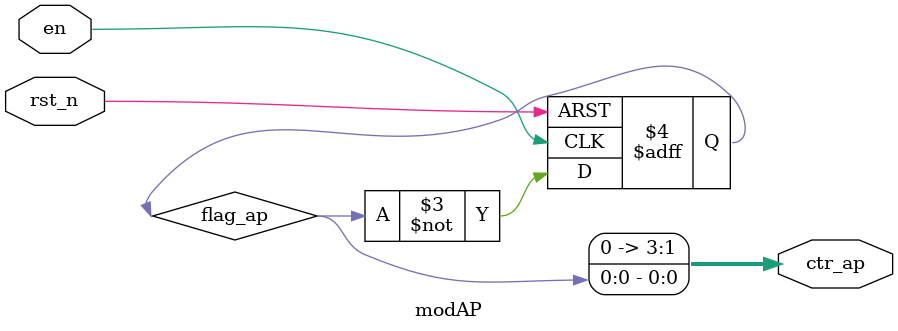
<source format=v>
module modAP
	(
		input					rst_n	,
		input					en		,
		output	[3:0]		ctr_ap		 
	);
	
	reg		flag_ap;

	always @(posedge en,negedge rst_n) begin
		if(!rst_n)
			flag_ap	<=	0;
		else
			flag_ap	<=	~flag_ap;
	end
	
	assign	ctr_ap	=	{{3{1'b0}},flag_ap};

endmodule

</source>
